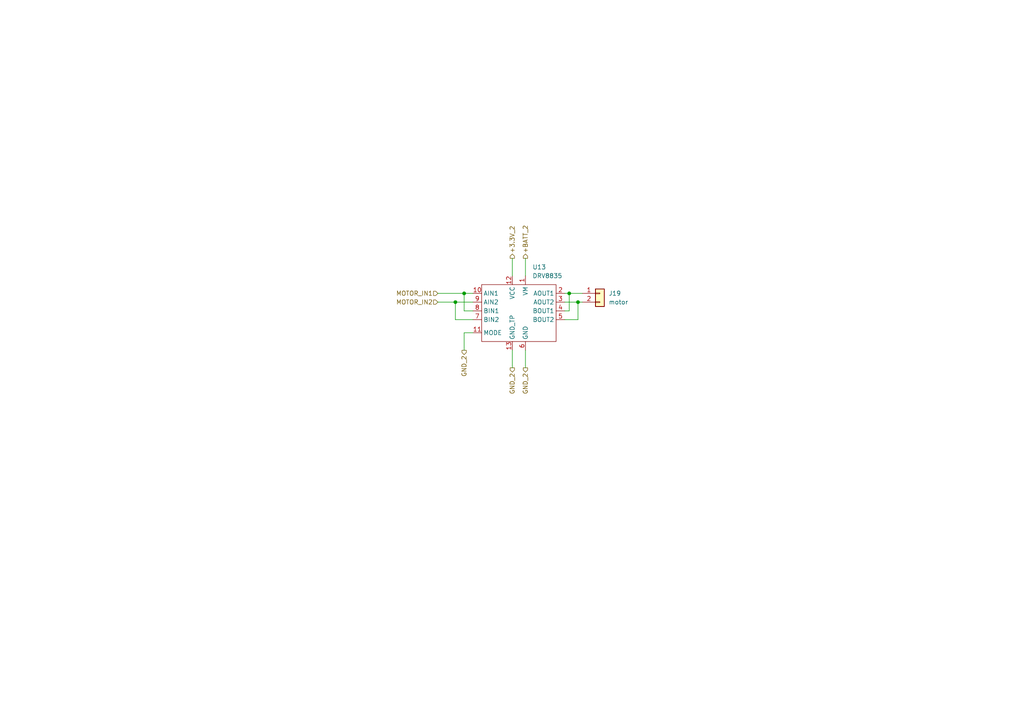
<source format=kicad_sch>
(kicad_sch (version 20211123) (generator eeschema)
  (paper "A4")
  (lib_symbols
    (symbol "Connector_Generic:Conn_01x02" (pin_names (offset 1.016) hide)
      (property "Reference" "J" (at 0 2.54 0))
      (property "Value" "Conn_01x02" (at 0 -5.08 0))
      (symbol "Conn_01x02_1_1"
        (rectangle (start -1.27 -2.413) (end 0 -2.667) (stroke (width 0.1524)))
        (rectangle (start -1.27 0.127) (end 0 -0.127) (stroke (width 0.1524)))
        (rectangle (start -1.27 1.27) (end 1.27 -3.81) (stroke (width 0.254)) (fill (type background)))
        (pin passive line (at -5.08 0 0) (length 3.81) (name "Pin_1") (number "1"))
        (pin passive line (at -5.08 -2.54 0) (length 3.81) (name "Pin_2") (number "2"))
      )
    )
    (symbol "My_Device:DRV8835"
      (property "Reference" "U" (at 0 0 0))
      (property "Value" "DRV8835" (at 0 -2.54 0))
      (symbol "DRV8835_0_1"
        (polyline (pts (xy -10.16 -11.43) (xy 11.43 -11.43) (xy 11.43 -27.94) (xy -10.16 -27.94) (xy -10.16 -11.43)))
      )
      (symbol "DRV8835_1_1"
        (pin input line (at 2.54 -8.89 270) (length 2.54) (name "VM") (number "1"))
        (pin input line (at -12.7 -13.97 0) (length 2.54) (name "AIN1") (number "10"))
        (pin input line (at -12.7 -25.4 0) (length 2.54) (name "MODE") (number "11"))
        (pin input line (at -1.27 -8.89 270) (length 2.54) (name "VCC") (number "12"))
        (pin input line (at -1.27 -30.48 90) (length 2.54) (name "GND_TP") (number "13"))
        (pin input line (at 13.97 -13.97 180) (length 2.54) (name "AOUT1") (number "2"))
        (pin input line (at 13.97 -16.51 180) (length 2.54) (name "AOUT2") (number "3"))
        (pin input line (at 13.97 -19.05 180) (length 2.54) (name "BOUT1") (number "4"))
        (pin input line (at 13.97 -21.59 180) (length 2.54) (name "BOUT2") (number "5"))
        (pin input line (at 2.54 -30.48 90) (length 2.54) (name "GND") (number "6"))
        (pin input line (at -12.7 -21.59 0) (length 2.54) (name "BIN2") (number "7"))
        (pin input line (at -12.7 -19.05 0) (length 2.54) (name "BIN1") (number "8"))
        (pin input line (at -12.7 -16.51 0) (length 2.54) (name "AIN2") (number "9"))
      )
    )
  )
  (junction (at 132.08 87.63))
  (junction (at 165.1 85.09))
  (junction (at 167.64 87.63))
  (junction (at 134.62 85.09))
  (wire (pts (xy 127 85.09) (xy 134.62 85.09)))
  (wire (pts (xy 165.1 85.09) (xy 168.91 85.09)))
  (wire (pts (xy 137.16 90.17) (xy 134.62 90.17)))
  (wire (pts (xy 152.4 74.93) (xy 152.4 80.01)))
  (wire (pts (xy 167.64 87.63) (xy 168.91 87.63)))
  (wire (pts (xy 134.62 85.09) (xy 137.16 85.09)))
  (wire (pts (xy 163.83 87.63) (xy 167.64 87.63)))
  (wire (pts (xy 148.59 101.6) (xy 148.59 106.68)))
  (wire (pts (xy 165.1 90.17) (xy 165.1 85.09)))
  (wire (pts (xy 134.62 90.17) (xy 134.62 85.09)))
  (wire (pts (xy 167.64 87.63) (xy 167.64 92.71)))
  (wire (pts (xy 163.83 92.71) (xy 167.64 92.71)))
  (wire (pts (xy 134.62 96.52) (xy 134.62 101.6)))
  (wire (pts (xy 163.83 90.17) (xy 165.1 90.17)))
  (wire (pts (xy 132.08 92.71) (xy 132.08 87.63)))
  (wire (pts (xy 163.83 85.09) (xy 165.1 85.09)))
  (wire (pts (xy 137.16 92.71) (xy 132.08 92.71)))
  (wire (pts (xy 152.4 101.6) (xy 152.4 106.68)))
  (wire (pts (xy 132.08 87.63) (xy 137.16 87.63)))
  (wire (pts (xy 148.59 74.93) (xy 148.59 80.01)))
  (wire (pts (xy 137.16 96.52) (xy 134.62 96.52)))
  (wire (pts (xy 127 87.63) (xy 132.08 87.63)))
  (hierarchical_label "GND_2" (shape output) (at 134.62 101.6 270))
  (hierarchical_label "MOTOR_IN2" (shape input) (at 127 87.63 180))
  (hierarchical_label "GND_2" (shape output) (at 148.59 106.68 270))
  (hierarchical_label "MOTOR_IN1" (shape input) (at 127 85.09 180))
  (hierarchical_label "+BATT_2" (shape output) (at 152.4 74.93 90))
  (hierarchical_label "GND_2" (shape output) (at 152.4 106.68 270))
  (hierarchical_label "+3.3V_2" (shape output) (at 148.59 74.93 90))
  (symbol (lib_id "Connector_Generic:Conn_01x02") (at 173.99 85.09 0) (unit 1)
    (property "Reference" "J19" (at 176.53 85.0899 0) (effects (justify left)))
    (property "Value" "motor" (at 176.53 87.6299 0) (effects (justify left)))
    (property "Footprint" "Connector_PinSocket_1.27mm:PinSocket_1x02_P1.27mm_Vertical" (effects hide))
  )
  (symbol (lib_id "My_Device:DRV8835") (at 149.86 71.12 0) (unit 1)
    (property "Reference" "U13" (at 154.4194 77.47 0) (effects (justify left)))
    (property "Value" "DRV8835" (at 154.4194 80.01 0) (effects (justify left)))
    (property "Footprint" "omni:DRV8835" (effects hide))
  )
)
</source>
